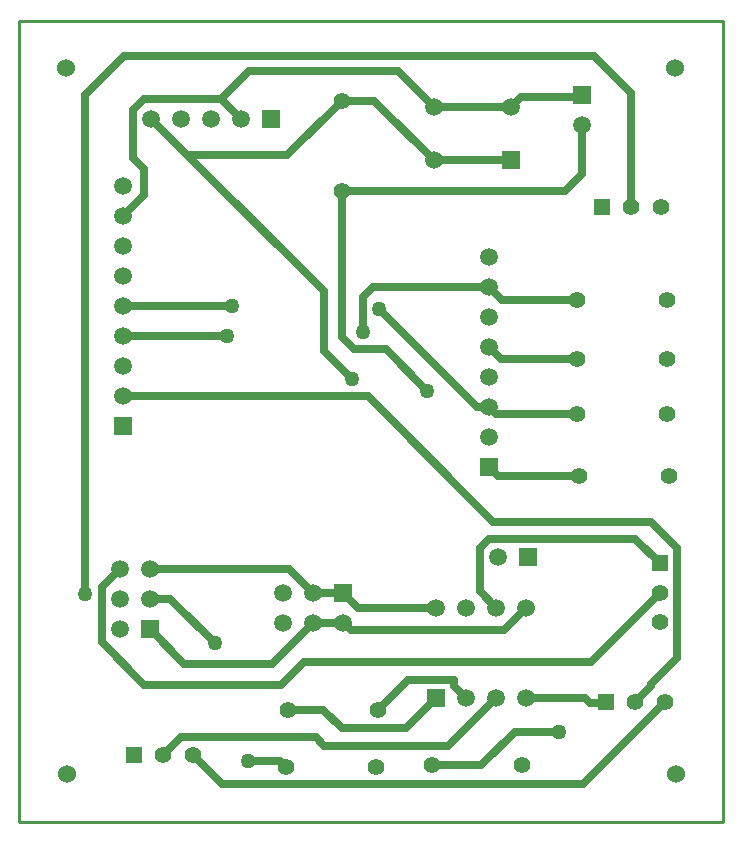
<source format=gbl>
G04*
G04 #@! TF.GenerationSoftware,Altium Limited,Altium Designer,22.10.1 (41)*
G04*
G04 Layer_Physical_Order=2*
G04 Layer_Color=16711680*
%FSLAX25Y25*%
%MOIN*%
G70*
G04*
G04 #@! TF.SameCoordinates,1A4408B6-C678-4EC5-8732-532A1CECFF35*
G04*
G04*
G04 #@! TF.FilePolarity,Positive*
G04*
G01*
G75*
%ADD14C,0.01000*%
%ADD23R,0.05512X0.05512*%
%ADD24C,0.05512*%
%ADD25R,0.05512X0.05512*%
%ADD27C,0.02756*%
%ADD28C,0.06000*%
%ADD29R,0.05906X0.05906*%
%ADD30C,0.05906*%
%ADD31R,0.05906X0.05906*%
%ADD32C,0.05000*%
D14*
X248500Y442000D02*
X483000D01*
Y175000D02*
Y442000D01*
X248500Y175000D02*
X483000D01*
X248500D02*
Y442000D01*
D23*
X462000Y261343D02*
D03*
D24*
X337500Y193500D02*
D03*
X367500D02*
D03*
X416000Y194000D02*
D03*
X386000D02*
D03*
X465000Y290500D02*
D03*
X435000D02*
D03*
X464500Y349000D02*
D03*
X434500D02*
D03*
X464500Y329500D02*
D03*
X434500D02*
D03*
X464500Y311000D02*
D03*
X434500D02*
D03*
X462000Y251500D02*
D03*
Y241657D02*
D03*
X453843Y215000D02*
D03*
X463685D02*
D03*
X452500Y380000D02*
D03*
X462343D02*
D03*
X356000Y415500D02*
D03*
Y385500D02*
D03*
X368000Y212500D02*
D03*
X338000D02*
D03*
X296500Y197500D02*
D03*
X306343D02*
D03*
D25*
X444000Y215000D02*
D03*
X442657Y380000D02*
D03*
X286657Y197500D02*
D03*
D27*
X325100Y425300D02*
X374763D01*
X315900Y416100D02*
X325100Y425300D01*
X315900Y416100D02*
X322500Y409500D01*
X436385Y187700D02*
X463685Y215000D01*
X316143Y187700D02*
X436385D01*
X443775Y214775D02*
X444000Y215000D01*
X437000Y216500D02*
X438725Y214775D01*
X443775D01*
X417500Y216500D02*
X437000D01*
X306343Y197500D02*
X316143Y187700D01*
X459268Y220425D02*
Y221268D01*
X453843Y215000D02*
X459268Y220425D01*
Y221268D02*
X467800Y229800D01*
Y266400D01*
X459000Y275200D02*
X467800Y266400D01*
X406600Y275200D02*
X459000D01*
X364800Y317000D02*
X406600Y275200D01*
X283000Y317000D02*
X364800D01*
X440200Y430300D02*
X452500Y418000D01*
X283400Y430300D02*
X440200D01*
X452500Y380000D02*
Y418000D01*
X436000Y391000D02*
Y407500D01*
X415879Y416942D02*
X436000D01*
X338000Y212500D02*
X349900D01*
X356100Y206300D01*
X377300D01*
X387500Y216500D01*
X408000Y290500D02*
X435000D01*
X405000Y293500D02*
X408000Y290500D01*
X368600Y346000D02*
X401100Y313500D01*
X405000D01*
X407500Y311000D02*
X435000D01*
X405000Y313500D02*
X407500Y311000D01*
X409000Y329500D02*
X434500D01*
X405000Y333500D02*
X409000Y329500D01*
X409500Y349000D02*
X434000D01*
X405000Y353500D02*
X409500Y349000D01*
X304600Y397400D02*
X350000Y352000D01*
Y332200D02*
Y352000D01*
Y332200D02*
X359500Y322700D01*
X337900Y397400D02*
X356000Y415500D01*
X304600Y397400D02*
X337900D01*
X292500Y409500D02*
X304600Y397400D01*
X332900Y227900D02*
X346500Y241500D01*
X303600Y227900D02*
X332900D01*
X292000Y239500D02*
X303600Y227900D01*
X374763Y425300D02*
X386705Y413358D01*
X356500Y241500D02*
X359000Y239000D01*
X410000D01*
X417500Y246500D01*
X402000Y252000D02*
X407500Y246500D01*
X402000Y252000D02*
Y266500D01*
X405000Y269500D01*
X453843D01*
X462000Y261343D01*
X276000Y253500D02*
X282000Y259500D01*
X276000Y235000D02*
Y253500D01*
Y235000D02*
X290200Y220800D01*
X335700D01*
X343500Y228600D01*
X439100D01*
X462000Y251500D01*
X270500Y417400D02*
X283400Y430300D01*
X270500Y251000D02*
Y417400D01*
X292000Y249500D02*
X298900D01*
X313700Y234700D01*
X324900Y195500D02*
X335500D01*
X337500Y193500D01*
X386000Y194000D02*
X402600D01*
X413800Y205200D01*
X428300D01*
X370847Y332653D02*
X384600Y318900D01*
X360000Y332653D02*
X370847D01*
X356000Y336653D02*
X360000Y332653D01*
X356000Y336653D02*
Y385500D01*
X283000Y347000D02*
X319500D01*
X363100Y338500D02*
Y350000D01*
X366600Y353500D01*
X405000D01*
X430500Y385500D02*
X436000Y391000D01*
X356000Y385500D02*
X430500D01*
X283000Y337000D02*
X317800D01*
X283000Y377000D02*
X290000Y384000D01*
Y392800D01*
X286500Y396300D02*
X290000Y392800D01*
X286500Y396300D02*
Y412600D01*
X290000Y416100D01*
X315900D01*
X366847Y415500D02*
X386705Y395642D01*
X356000Y415500D02*
X366847D01*
X391600Y200600D02*
X407500Y216500D01*
X350000Y200600D02*
X391600D01*
X347300Y203300D02*
X350000Y200600D01*
X302300Y203300D02*
X347300D01*
X296500Y197500D02*
X302300Y203300D01*
X292000Y259500D02*
X338500D01*
X346500Y251500D01*
X368000Y212500D02*
X378000Y222500D01*
X393500D01*
Y220500D02*
Y222500D01*
Y220500D02*
X397500Y216500D01*
X361500Y246500D02*
X387500D01*
X356500Y251500D02*
X361500Y246500D01*
X412295Y413358D02*
X415879Y416942D01*
X386705Y395642D02*
X412295D01*
X346500Y241500D02*
X356500D01*
X386705Y413358D02*
X412295D01*
X346500Y251500D02*
X356500D01*
D28*
X467500Y191000D02*
D03*
X264000Y426500D02*
D03*
X264500Y191000D02*
D03*
X467000Y426500D02*
D03*
D29*
X356500Y251500D02*
D03*
X412295Y395642D02*
D03*
X332500Y409500D02*
D03*
X418000Y263500D02*
D03*
D30*
X356500Y241500D02*
D03*
X346500Y251500D02*
D03*
Y241500D02*
D03*
X336500Y251500D02*
D03*
Y241500D02*
D03*
X412295Y413358D02*
D03*
X386705D02*
D03*
Y395642D02*
D03*
X282000Y239500D02*
D03*
X292000Y249500D02*
D03*
X282000D02*
D03*
X292000Y259500D02*
D03*
X282000D02*
D03*
X405000Y303500D02*
D03*
Y313500D02*
D03*
Y323500D02*
D03*
Y333500D02*
D03*
Y343500D02*
D03*
Y353500D02*
D03*
Y363500D02*
D03*
X283000Y327000D02*
D03*
Y337000D02*
D03*
Y347000D02*
D03*
Y357000D02*
D03*
Y367000D02*
D03*
Y377000D02*
D03*
Y387000D02*
D03*
Y317000D02*
D03*
X436000Y407500D02*
D03*
X292500Y409500D02*
D03*
X302500D02*
D03*
X312500D02*
D03*
X322500D02*
D03*
X408000Y263500D02*
D03*
X397500Y216500D02*
D03*
X407500D02*
D03*
X417500D02*
D03*
X387500Y246500D02*
D03*
X397500D02*
D03*
X407500D02*
D03*
X417500D02*
D03*
D31*
X292000Y239500D02*
D03*
X405000Y293500D02*
D03*
X283000Y307000D02*
D03*
X436000Y417500D02*
D03*
X387500Y216500D02*
D03*
D32*
X368600Y346000D02*
D03*
X359500Y322700D02*
D03*
X270500Y251000D02*
D03*
X313700Y234700D02*
D03*
X324900Y195500D02*
D03*
X428300Y205200D02*
D03*
X384600Y318900D02*
D03*
X319500Y347000D02*
D03*
X363100Y338500D02*
D03*
X317800Y337000D02*
D03*
M02*

</source>
